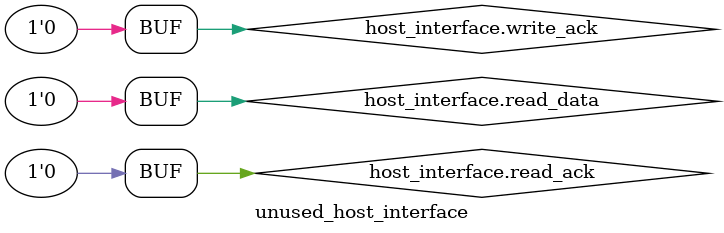
<source format=sv>
/*
 * A module to terminate an unused host interface.
 */

`include "mmio.svh"

module unused_host_interface
    (mmio_if.device host_interface);

    // Always return zero as the read data.
    assign host_interface.read_data = 0;
    assign host_interface.read_ack = 0;
    assign host_interface.write_ack = 0;
endmodule

</source>
